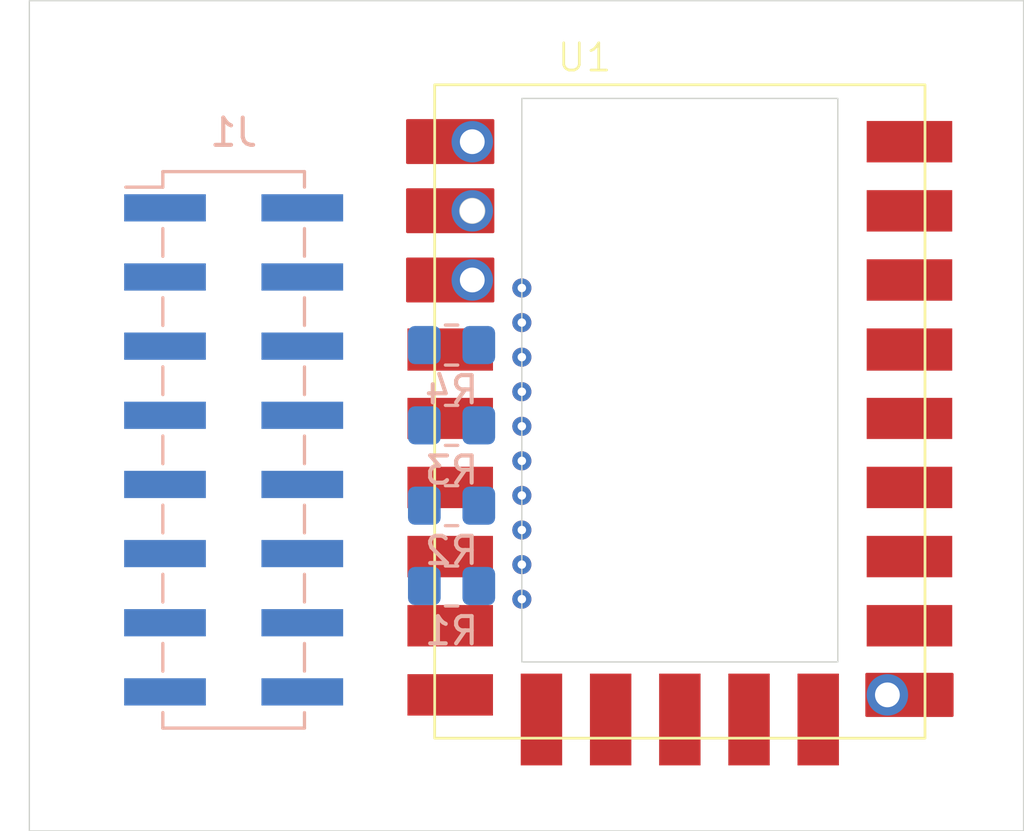
<source format=kicad_pcb>
(kicad_pcb (version 20240108) (generator "pcbnew") (generator_version "8.0")
  (layers (0 "F.Cu" signal) (31 "B.Cu" signal) (34 "B.Paste" user) (35 "F.Paste" user) (36 "B.SilkS" user "B.Silkscreen") (37 "F.SilkS" user "F.Silkscreen") (38 "B.Mask" user) (39 "F.Mask" user) (44 "Edge.Cuts" user))
  (net 0 "")
  (net 1 "+5V")
  (net 2 "/SERIRQ")
  (net 3 "/SCL")
  (net 4 "/LCLK")
  (net 5 "/LPC 3.3")
  (net 6 "/SDA")
  (net 7 "GND")
  (net 8 "/LFRAME")
  (net 9 "/LRST")
  (net 10 "/LAD0")
  (net 11 "/LAD1")
  (net 12 "/LAD2")
  (net 13 "/LAD3")
  (net 14 "/D0")
  (footprint "RP2040:RP2040 Zero" (layer "F.Cu") (at 138.38 71.59)
    (property "Reference" "U1" (at 5.5 -25 0) (layer "F.SilkS") (effects (font (thickness 0.1))))
    (property "Value" "~")
    (fp_rect (start -1 -22.69) (end 2.1405 -21.1395) (stroke (width 0.1)) (fill solid) (layer "F.Cu"))
    (fp_rect (start -1 -20.15) (end 2.1405 -18.5995) (stroke (width 0.1)) (fill solid) (layer "F.Cu"))
    (fp_rect (start -1 -17.60525) (end 2.1405 -16.05475) (stroke (width 0.1)) (fill solid) (layer "F.Cu"))
    (fp_rect (start 15.8595 -2.35) (end 19 -0.829) (stroke (width 0.1)) (fill solid) (layer "F.Cu"))
    (fp_rect (start 0 -24) (end 18 0) (stroke (width 0.1)) (fill none) (layer "F.SilkS"))
    (fp_rect (start 3.2 -23.5) (end 14.8 -2.8) (stroke (width 0.05)) (fill none) (layer "Edge.Cuts"))
    (fp_circle (center 1.38 -19.37) (end 1.83525 -19.37) (stroke (width 0.05)) (fill none) (layer "Edge.Cuts"))
    (pad "1" smd rect (at 17.42975 -21.91 180) (size 3.1405 1.521) (layers "F.Cu" "F.Paste" "F.Mask"))
    (pad "2" smd rect (at 17.42975 -19.37 180) (size 3.1405 1.521) (layers "F.Cu" "F.Paste" "F.Mask"))
    (pad "3" smd rect (at 17.42975 -16.83 180) (size 3.1405 1.521) (layers "F.Cu" "F.Paste" "F.Mask"))
    (pad "4" smd rect (at 17.42975 -14.27525 180) (size 3.1405 1.5505) (layers "F.Cu" "F.Paste" "F.Mask"))
    (pad "5" smd rect (at 17.42975 -11.74475 180) (size 3.1405 1.5105) (layers "F.Cu" "F.Paste" "F.Mask"))
    (pad "6" smd rect (at 17.42975 -9.21 180) (size 3.1405 1.521) (layers "F.Cu" "F.Paste" "F.Mask"))
    (pad "7" smd rect (at 17.42975 -6.67 180) (size 3.1405 1.521) (layers "F.Cu" "F.Paste" "F.Mask"))
    (pad "8" smd rect (at 17.42975 -4.13 180) (size 3.1405 1.521) (layers "F.Cu" "F.Paste" "F.Mask"))
    (pad "9" thru_hole circle (at 16.62 -1.59 180) (size 1.521 1.521) (drill 0.9105) (layers "*.Cu" "*.Mask"))
    (pad "10" smd rect (at 14.08 -0.68525 180) (size 1.521 3.3705) (layers "F.Cu" "F.Paste" "F.Mask"))
    (pad "11" smd rect (at 11.54 -0.68525 180) (size 1.521 3.3705) (layers "F.Cu" "F.Paste" "F.Mask"))
    (pad "12" smd rect (at 9 -0.68525 180) (size 1.521 3.3705) (layers "F.Cu" "F.Paste" "F.Mask"))
    (pad "13" smd rect (at 6.46 -0.68525 180) (size 1.521 3.3705) (layers "F.Cu" "F.Paste" "F.Mask"))
    (pad "14" smd rect (at 3.92 -0.68525 180) (size 1.521 3.3705) (layers "F.Cu" "F.Paste" "F.Mask"))
    (pad "15" smd rect (at 0.57025 -1.59 180) (size 3.1405 1.521) (layers "F.Cu" "F.Paste" "F.Mask"))
    (pad "16" smd rect (at 0.57025 -4.13 180) (size 3.1405 1.521) (layers "F.Cu" "F.Paste" "F.Mask"))
    (pad "17" smd rect (at 0.57025 -6.67 180) (size 3.1405 1.521) (layers "F.Cu" "F.Paste" "F.Mask"))
    (pad "18" smd rect (at 0.57025 -9.21 180) (size 3.1405 1.521) (layers "F.Cu" "F.Paste" "F.Mask"))
    (pad "19" smd rect (at 0.57025 -11.74475 180) (size 3.1405 1.5105) (layers "F.Cu" "F.Paste" "F.Mask"))
    (pad "20" smd rect (at 0.57025 -14.27525 180) (size 3.1405 1.5505) (layers "F.Cu" "F.Paste" "F.Mask"))
    (pad "21" thru_hole circle (at 1.38 -16.83 180) (size 1.521 1.521) (drill 0.9105) (layers "*.Cu" "*.Mask"))
    (pad "22" thru_hole circle (at 1.38 -19.37 180) (size 1.521 1.521) (drill 0.9105) (layers "*.Cu" "*.Mask") (net 7 "GND"))
    (pad "23" thru_hole circle (at 1.38 -21.91 180) (size 1.521 1.521) (drill 0.9105) (layers "*.Cu" "*.Mask") (net 1 "+5V"))
    (pad "24" thru_hole circle (at 3.2 -16.536 180) (size 0.7 0.7) (drill 0.3105) (layers "*.Cu" "*.Mask") (net 7 "GND"))
    (pad "25" thru_hole circle (at 3.2 -15.266 180) (size 0.7 0.7) (drill 0.3105) (layers "*.Cu" "*.Mask") (net 13 "/LAD3"))
    (pad "26" thru_hole circle (at 3.2 -13.996 180) (size 0.7 0.7) (drill 0.3105) (layers "*.Cu" "*.Mask") (net 12 "/LAD2"))
    (pad "27" thru_hole circle (at 3.2 -12.726 180) (size 0.7 0.7) (drill 0.3105) (layers "*.Cu" "*.Mask") (net 11 "/LAD1"))
    (pad "28" thru_hole circle (at 3.2 -11.456 180) (size 0.7 0.7) (drill 0.3105) (layers "*.Cu" "*.Mask") (net 10 "/LAD0"))
    (pad "29" thru_hole circle (at 3.2 -10.186 180) (size 0.7 0.7) (drill 0.3105) (layers "*.Cu" "*.Mask") (net 4 "/LCLK"))
    (pad "30" thru_hole circle (at 3.2 -8.916 180) (size 0.7 0.7) (drill 0.3105) (layers "*.Cu" "*.Mask") (net 9 "/LRST"))
    (pad "31" thru_hole circle (at 3.2 -7.646 180) (size 0.7 0.7) (drill 0.3105) (layers "*.Cu" "*.Mask") (net 8 "/LFRAME"))
    (pad "32" thru_hole circle (at 3.2 -6.376 180) (size 0.7 0.7) (drill 0.3105) (layers "*.Cu" "*.Mask") (net 14 "/D0"))
    (pad "33" thru_hole circle (at 3.2 -5.106 180) (size 0.7 0.7) (drill 0.3105) (layers "*.Cu" "*.Mask") (net 5 "/LPC 3.3"))
  )
  (footprint "Resistor_SMD:R_0805_2012Metric_Pad1.20x1.40mm_HandSolder" (layer "B.Cu") (at 139 66)
    (property "Reference" "R1" (at 0 1.65 0) (layer "B.SilkS") (effects (justify mirror)))
    (property "Value" "100")
    (fp_line (start 0.227064 -0.735) (end -0.227064 -0.735) (stroke (width 0.12)) (layer "B.SilkS"))
    (fp_line (start 0.227064 0.735) (end -0.227064 0.735) (stroke (width 0.12)) (layer "B.SilkS"))
    (pad "1" smd roundrect (at -1 0) (size 1.2 1.4) (layers "B.Cu" "B.Paste" "B.Mask") (roundrect_rratio 0.208333))
    (pad "2" smd roundrect (at 1 0) (size 1.2 1.4) (layers "B.Cu" "B.Paste" "B.Mask") (roundrect_rratio 0.208333) (net 10 "/LAD0"))
  )
  (footprint "Resistor_SMD:R_0805_2012Metric_Pad1.20x1.40mm_HandSolder" (layer "B.Cu") (at 139 60.1)
    (property "Reference" "R3" (at 0 1.65 0) (layer "B.SilkS") (effects (justify mirror)))
    (property "Value" "100")
    (fp_line (start 0.227064 -0.735) (end -0.227064 -0.735) (stroke (width 0.12)) (layer "B.SilkS"))
    (fp_line (start 0.227064 0.735) (end -0.227064 0.735) (stroke (width 0.12)) (layer "B.SilkS"))
    (pad "1" smd roundrect (at -1 0) (size 1.2 1.4) (layers "B.Cu" "B.Paste" "B.Mask") (roundrect_rratio 0.208333) (net 12 "/LAD2"))
    (pad "2" smd roundrect (at 1 0) (size 1.2 1.4) (layers "B.Cu" "B.Paste" "B.Mask") (roundrect_rratio 0.208333))
  )
  (footprint "Connector_PinSocket_2.54mm:PinSocket_2x08_P2.54mm_Vertical_SMD" (layer "B.Cu") (at 131 61 180)
    (property "Reference" "J1" (at 0 11.66 0) (layer "B.SilkS") (effects (justify mirror)))
    (property "Value" "Conn_02x08_Odd_Even")
    (fp_line (start 3.96 9.65) (end 2.6 9.65) (stroke (width 0.12)) (layer "B.SilkS"))
    (fp_line (start 2.6 10.22) (end -2.6 10.22) (stroke (width 0.12)) (layer "B.SilkS"))
    (fp_line (start 2.6 9.65) (end 2.6 10.22) (stroke (width 0.12)) (layer "B.SilkS"))
    (fp_line (start 2.6 7.11) (end 2.6 8.13) (stroke (width 0.12)) (layer "B.SilkS"))
    (fp_line (start 2.6 4.57) (end 2.6 5.59) (stroke (width 0.12)) (layer "B.SilkS"))
    (fp_line (start 2.6 2.03) (end 2.6 3.05) (stroke (width 0.12)) (layer "B.SilkS"))
    (fp_line (start 2.6 -0.51) (end 2.6 0.51) (stroke (width 0.12)) (layer "B.SilkS"))
    (fp_line (start 2.6 -3.05) (end 2.6 -2.03) (stroke (width 0.12)) (layer "B.SilkS"))
    (fp_line (start 2.6 -5.59) (end 2.6 -4.57) (stroke (width 0.12)) (layer "B.SilkS"))
    (fp_line (start 2.6 -8.13) (end 2.6 -7.11) (stroke (width 0.12)) (layer "B.SilkS"))
    (fp_line (start 2.6 -10.22) (end 2.6 -9.65) (stroke (width 0.12)) (layer "B.SilkS"))
    (fp_line (start 2.6 -10.22) (end -2.6 -10.22) (stroke (width 0.12)) (layer "B.SilkS"))
    (fp_line (start -2.6 9.65) (end -2.6 10.22) (stroke (width 0.12)) (layer "B.SilkS"))
    (fp_line (start -2.6 7.11) (end -2.6 8.13) (stroke (width 0.12)) (layer "B.SilkS"))
    (fp_line (start -2.6 4.57) (end -2.6 5.59) (stroke (width 0.12)) (layer "B.SilkS"))
    (fp_line (start -2.6 2.03) (end -2.6 3.05) (stroke (width 0.12)) (layer "B.SilkS"))
    (fp_line (start -2.6 -0.51) (end -2.6 0.51) (stroke (width 0.12)) (layer "B.SilkS"))
    (fp_line (start -2.6 -3.05) (end -2.6 -2.03) (stroke (width 0.12)) (layer "B.SilkS"))
    (fp_line (start -2.6 -5.59) (end -2.6 -4.57) (stroke (width 0.12)) (layer "B.SilkS"))
    (fp_line (start -2.6 -8.13) (end -2.6 -7.11) (stroke (width 0.12)) (layer "B.SilkS"))
    (fp_line (start -2.6 -10.22) (end -2.6 -9.65) (stroke (width 0.12)) (layer "B.SilkS"))
    (pad "1" smd rect (at 2.52 8.89 180) (size 3 1) (layers "B.Cu" "B.Paste" "B.Mask") (net 4 "/LCLK"))
    (pad "2" smd rect (at -2.52 8.89 180) (size 3 1) (layers "B.Cu" "B.Paste" "B.Mask") (net 7 "GND"))
    (pad "3" smd rect (at 2.52 6.35 180) (size 3 1) (layers "B.Cu" "B.Paste" "B.Mask") (net 8 "/LFRAME"))
    (pad "4" smd rect (at -2.52 6.35 180) (size 3 1) (layers "B.Cu" "B.Paste" "B.Mask"))
    (pad "5" smd rect (at 2.52 3.81 180) (size 3 1) (layers "B.Cu" "B.Paste" "B.Mask") (net 9 "/LRST"))
    (pad "6" smd rect (at -2.52 3.81 180) (size 3 1) (layers "B.Cu" "B.Paste" "B.Mask") (net 1 "+5V"))
    (pad "7" smd rect (at 2.52 1.27 180) (size 3 1) (layers "B.Cu" "B.Paste" "B.Mask"))
    (pad "8" smd rect (at -2.52 1.27 180) (size 3 1) (layers "B.Cu" "B.Paste" "B.Mask"))
    (pad "9" smd rect (at 2.52 -1.27 180) (size 3 1) (layers "B.Cu" "B.Paste" "B.Mask") (net 5 "/LPC 3.3"))
    (pad "10" smd rect (at -2.52 -1.27 180) (size 3 1) (layers "B.Cu" "B.Paste" "B.Mask"))
    (pad "11" smd rect (at 2.52 -3.81 180) (size 3 1) (layers "B.Cu" "B.Paste" "B.Mask"))
    (pad "12" smd rect (at -2.52 -3.81 180) (size 3 1) (layers "B.Cu" "B.Paste" "B.Mask") (net 7 "GND"))
    (pad "13" smd rect (at 2.52 -6.35 180) (size 3 1) (layers "B.Cu" "B.Paste" "B.Mask") (net 3 "/SCL"))
    (pad "14" smd rect (at -2.52 -6.35 180) (size 3 1) (layers "B.Cu" "B.Paste" "B.Mask") (net 6 "/SDA"))
    (pad "15" smd rect (at 2.52 -8.89 180) (size 3 1) (layers "B.Cu" "B.Paste" "B.Mask") (net 5 "/LPC 3.3"))
    (pad "16" smd rect (at -2.52 -8.89 180) (size 3 1) (layers "B.Cu" "B.Paste" "B.Mask") (net 2 "/SERIRQ"))
  )
  (footprint "Resistor_SMD:R_0805_2012Metric_Pad1.20x1.40mm_HandSolder" (layer "B.Cu") (at 139 57.15)
    (property "Reference" "R4" (at 0 1.65 0) (layer "B.SilkS") (effects (justify mirror)))
    (property "Value" "100")
    (fp_line (start 0.227064 -0.735) (end -0.227064 -0.735) (stroke (width 0.12)) (layer "B.SilkS"))
    (fp_line (start 0.227064 0.735) (end -0.227064 0.735) (stroke (width 0.12)) (layer "B.SilkS"))
    (pad "1" smd roundrect (at -1 0) (size 1.2 1.4) (layers "B.Cu" "B.Paste" "B.Mask") (roundrect_rratio 0.208333))
    (pad "2" smd roundrect (at 1 0) (size 1.2 1.4) (layers "B.Cu" "B.Paste" "B.Mask") (roundrect_rratio 0.208333) (net 13 "/LAD3"))
  )
  (footprint "Resistor_SMD:R_0805_2012Metric_Pad1.20x1.40mm_HandSolder" (layer "B.Cu") (at 139 63.05)
    (property "Reference" "R2" (at 0 1.65 0) (layer "B.SilkS") (effects (justify mirror)))
    (property "Value" "100")
    (fp_line (start 0.227064 -0.735) (end -0.227064 -0.735) (stroke (width 0.12)) (layer "B.SilkS"))
    (fp_line (start 0.227064 0.735) (end -0.227064 0.735) (stroke (width 0.12)) (layer "B.SilkS"))
    (pad "1" smd roundrect (at -1 0) (size 1.2 1.4) (layers "B.Cu" "B.Paste" "B.Mask") (roundrect_rratio 0.208333) (net 11 "/LAD1"))
    (pad "2" smd roundrect (at 1 0) (size 1.2 1.4) (layers "B.Cu" "B.Paste" "B.Mask") (roundrect_rratio 0.208333))
  )
  (gr_rect (start 123.5 44.5) (end 160 75) (stroke (width 0.05)) (fill none) (layer "Edge.Cuts"))
)
</source>
